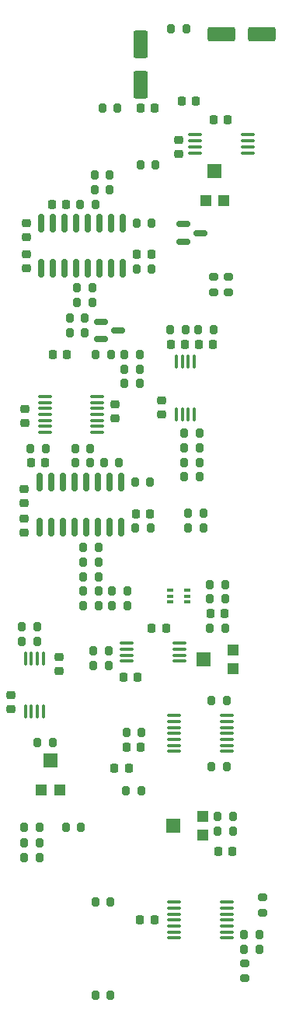
<source format=gbp>
G04 #@! TF.GenerationSoftware,KiCad,Pcbnew,(6.0.9)*
G04 #@! TF.CreationDate,2022-11-24T13:13:05-08:00*
G04 #@! TF.ProjectId,vcf-20,7663662d-3230-42e6-9b69-6361645f7063,rev?*
G04 #@! TF.SameCoordinates,Original*
G04 #@! TF.FileFunction,Paste,Bot*
G04 #@! TF.FilePolarity,Positive*
%FSLAX46Y46*%
G04 Gerber Fmt 4.6, Leading zero omitted, Abs format (unit mm)*
G04 Created by KiCad (PCBNEW (6.0.9)) date 2022-11-24 13:13:05*
%MOMM*%
%LPD*%
G01*
G04 APERTURE LIST*
G04 Aperture macros list*
%AMRoundRect*
0 Rectangle with rounded corners*
0 $1 Rounding radius*
0 $2 $3 $4 $5 $6 $7 $8 $9 X,Y pos of 4 corners*
0 Add a 4 corners polygon primitive as box body*
4,1,4,$2,$3,$4,$5,$6,$7,$8,$9,$2,$3,0*
0 Add four circle primitives for the rounded corners*
1,1,$1+$1,$2,$3*
1,1,$1+$1,$4,$5*
1,1,$1+$1,$6,$7*
1,1,$1+$1,$8,$9*
0 Add four rect primitives between the rounded corners*
20,1,$1+$1,$2,$3,$4,$5,0*
20,1,$1+$1,$4,$5,$6,$7,0*
20,1,$1+$1,$6,$7,$8,$9,0*
20,1,$1+$1,$8,$9,$2,$3,0*%
G04 Aperture macros list end*
%ADD10RoundRect,0.100000X0.637500X0.100000X-0.637500X0.100000X-0.637500X-0.100000X0.637500X-0.100000X0*%
%ADD11RoundRect,0.200000X-0.200000X-0.275000X0.200000X-0.275000X0.200000X0.275000X-0.200000X0.275000X0*%
%ADD12RoundRect,0.225000X0.225000X0.250000X-0.225000X0.250000X-0.225000X-0.250000X0.225000X-0.250000X0*%
%ADD13RoundRect,0.250000X-1.250000X-0.550000X1.250000X-0.550000X1.250000X0.550000X-1.250000X0.550000X0*%
%ADD14RoundRect,0.250000X-0.550000X1.250000X-0.550000X-1.250000X0.550000X-1.250000X0.550000X1.250000X0*%
%ADD15RoundRect,0.225000X-0.250000X0.225000X-0.250000X-0.225000X0.250000X-0.225000X0.250000X0.225000X0*%
%ADD16RoundRect,0.225000X-0.225000X-0.250000X0.225000X-0.250000X0.225000X0.250000X-0.225000X0.250000X0*%
%ADD17RoundRect,0.225000X0.250000X-0.225000X0.250000X0.225000X-0.250000X0.225000X-0.250000X-0.225000X0*%
%ADD18R,0.650000X0.400000*%
%ADD19RoundRect,0.150000X-0.587500X-0.150000X0.587500X-0.150000X0.587500X0.150000X-0.587500X0.150000X0*%
%ADD20RoundRect,0.200000X0.200000X0.275000X-0.200000X0.275000X-0.200000X-0.275000X0.200000X-0.275000X0*%
%ADD21RoundRect,0.200000X0.275000X-0.200000X0.275000X0.200000X-0.275000X0.200000X-0.275000X-0.200000X0*%
%ADD22RoundRect,0.200000X-0.275000X0.200000X-0.275000X-0.200000X0.275000X-0.200000X0.275000X0.200000X0*%
%ADD23R,1.200000X1.200000*%
%ADD24R,1.600000X1.500000*%
%ADD25R,1.500000X1.600000*%
%ADD26RoundRect,0.150000X0.150000X-0.825000X0.150000X0.825000X-0.150000X0.825000X-0.150000X-0.825000X0*%
%ADD27RoundRect,0.100000X0.100000X-0.637500X0.100000X0.637500X-0.100000X0.637500X-0.100000X-0.637500X0*%
%ADD28RoundRect,0.100000X-0.100000X0.637500X-0.100000X-0.637500X0.100000X-0.637500X0.100000X0.637500X0*%
G04 APERTURE END LIST*
D10*
X26916300Y-24044000D03*
X26916300Y-24694000D03*
X26916300Y-25344000D03*
X26916300Y-25994000D03*
X21191300Y-25994000D03*
X21191300Y-25344000D03*
X21191300Y-24694000D03*
X21191300Y-24044000D03*
D11*
X11747000Y-81813400D03*
X10097000Y-81813400D03*
X11747000Y-80187800D03*
X10097000Y-80187800D03*
X8749800Y-99441000D03*
X7099800Y-99441000D03*
D12*
X13741000Y-90741500D03*
X15291000Y-90741500D03*
X13957500Y-92964000D03*
X12407500Y-92964000D03*
X15201500Y-109537500D03*
X16751500Y-109537500D03*
X25260500Y-102044500D03*
X23710500Y-102044500D03*
D13*
X24066500Y-13081000D03*
X28466500Y-13081000D03*
D14*
X15240000Y-18542000D03*
X15240000Y-14142000D03*
D12*
X21285500Y-20320000D03*
X19735500Y-20320000D03*
X15227000Y-21145500D03*
X16777000Y-21145500D03*
D11*
X18580500Y-12446000D03*
X20230500Y-12446000D03*
X12737500Y-21145500D03*
X11087500Y-21145500D03*
X13716500Y-89090500D03*
X15366500Y-89090500D03*
D15*
X1143000Y-86563500D03*
X1143000Y-85013500D03*
X6350000Y-80860500D03*
X6350000Y-82410500D03*
D16*
X16294500Y-65278000D03*
X14744500Y-65278000D03*
X22847000Y-76174600D03*
X24397000Y-76174600D03*
D12*
X4839000Y-59753500D03*
X3289000Y-59753500D03*
D16*
X18529000Y-46863000D03*
X20079000Y-46863000D03*
D17*
X2603500Y-53873000D03*
X2603500Y-55423000D03*
D12*
X23177200Y-22428200D03*
X24727200Y-22428200D03*
D17*
X2540000Y-65811000D03*
X2540000Y-67361000D03*
X12446000Y-54940500D03*
X12446000Y-53390500D03*
D15*
X19380200Y-26124200D03*
X19380200Y-24574200D03*
X2540000Y-62623500D03*
X2540000Y-64173500D03*
D12*
X16471500Y-77774800D03*
X18021500Y-77774800D03*
X14922700Y-83058000D03*
X13372700Y-83058000D03*
D18*
X20355600Y-74919600D03*
X20355600Y-74269600D03*
X20355600Y-73619600D03*
X18455600Y-73619600D03*
X18455600Y-74269600D03*
X18455600Y-74919600D03*
D19*
X21790900Y-34721800D03*
X19915900Y-33771800D03*
X19915900Y-35671800D03*
D11*
X2578500Y-99441000D03*
X4228500Y-99441000D03*
X2578500Y-102743000D03*
X4228500Y-102743000D03*
X2324500Y-77597000D03*
X3974500Y-77597000D03*
X2324500Y-79184500D03*
X3974500Y-79184500D03*
D20*
X24650200Y-85623400D03*
X23000200Y-85623400D03*
D11*
X23000200Y-92837000D03*
X24650200Y-92837000D03*
D21*
X28511500Y-108711500D03*
X28511500Y-107061500D03*
D22*
X26606500Y-114237000D03*
X26606500Y-115887000D03*
D11*
X13691000Y-95440500D03*
X15341000Y-95440500D03*
X10325500Y-107569000D03*
X11975500Y-107569000D03*
X10325500Y-117729000D03*
X11975500Y-117729000D03*
X9017500Y-70548500D03*
X10667500Y-70548500D03*
D20*
X22110200Y-65265300D03*
X20460200Y-65265300D03*
D11*
X9017500Y-75285600D03*
X10667500Y-75285600D03*
D20*
X4889000Y-58166000D03*
X3239000Y-58166000D03*
D11*
X13488000Y-51117500D03*
X15138000Y-51117500D03*
D20*
X15150500Y-49530000D03*
X13500500Y-49530000D03*
D11*
X12129000Y-75285600D03*
X13779000Y-75285600D03*
X9017500Y-73723500D03*
X10667500Y-73723500D03*
D20*
X22110200Y-66840100D03*
X20460200Y-66840100D03*
D11*
X12129000Y-73710800D03*
X13779000Y-73710800D03*
X9017500Y-72136000D03*
X10667500Y-72136000D03*
D20*
X10667500Y-68961000D03*
X9017500Y-68961000D03*
X24447000Y-72999600D03*
X22797000Y-72999600D03*
D11*
X24447000Y-77774800D03*
X22797000Y-77774800D03*
X16344500Y-66865500D03*
X14694500Y-66865500D03*
D20*
X24447000Y-74574400D03*
X22797000Y-74574400D03*
X12890000Y-59753500D03*
X11240000Y-59753500D03*
X15253200Y-27279600D03*
X16903200Y-27279600D03*
D11*
X8128500Y-59753500D03*
X9778500Y-59753500D03*
D20*
X9778500Y-58166000D03*
X8128500Y-58166000D03*
X15150500Y-47942500D03*
X13500500Y-47942500D03*
D21*
X23241000Y-41160200D03*
X23241000Y-39510200D03*
D20*
X16471500Y-33655000D03*
X14821500Y-33655000D03*
D22*
X24841200Y-41160200D03*
X24841200Y-39510200D03*
D11*
X16281000Y-61849000D03*
X14631000Y-61849000D03*
X10249500Y-28384500D03*
X11899500Y-28384500D03*
X10249500Y-29972000D03*
X11899500Y-29972000D03*
D20*
X10324500Y-31623000D03*
X8674500Y-31623000D03*
D11*
X21527000Y-45275500D03*
X23177000Y-45275500D03*
D20*
X20129000Y-45275500D03*
X18479000Y-45275500D03*
D23*
X6435600Y-95400600D03*
D24*
X5435600Y-92150600D03*
D23*
X4435600Y-95400600D03*
X25371200Y-80153000D03*
D25*
X22121200Y-81153000D03*
D23*
X25371200Y-82153000D03*
D10*
X18918000Y-87267500D03*
X18918000Y-87917500D03*
X18918000Y-88567500D03*
X18918000Y-89217500D03*
X18918000Y-89867500D03*
X18918000Y-90517500D03*
X18918000Y-91167500D03*
X24643000Y-91167500D03*
X24643000Y-90517500D03*
X24643000Y-89867500D03*
X24643000Y-89217500D03*
X24643000Y-88567500D03*
X24643000Y-87917500D03*
X24643000Y-87267500D03*
X13749100Y-79390600D03*
X13749100Y-80040600D03*
X13749100Y-80690600D03*
X13749100Y-81340600D03*
X19474100Y-81340600D03*
X19474100Y-80690600D03*
X19474100Y-80040600D03*
X19474100Y-79390600D03*
D26*
X13144500Y-66800500D03*
X11874500Y-66800500D03*
X10604500Y-66800500D03*
X9334500Y-66800500D03*
X8064500Y-66800500D03*
X6794500Y-66800500D03*
X5524500Y-66800500D03*
X4254500Y-66800500D03*
X4254500Y-61850500D03*
X5524500Y-61850500D03*
X6794500Y-61850500D03*
X8064500Y-61850500D03*
X9334500Y-61850500D03*
X10604500Y-61850500D03*
X11874500Y-61850500D03*
X13144500Y-61850500D03*
D19*
X12814500Y-45355000D03*
X10939500Y-44405000D03*
X10939500Y-46305000D03*
D11*
X20003000Y-56515000D03*
X21653000Y-56515000D03*
D20*
X12039000Y-47942500D03*
X10389000Y-47942500D03*
D10*
X18918000Y-107587500D03*
X18918000Y-108237500D03*
X18918000Y-108887500D03*
X18918000Y-109537500D03*
X18918000Y-110187500D03*
X18918000Y-110837500D03*
X18918000Y-111487500D03*
X24643000Y-111487500D03*
X24643000Y-110837500D03*
X24643000Y-110187500D03*
X24643000Y-109537500D03*
X24643000Y-108887500D03*
X24643000Y-108237500D03*
X24643000Y-107587500D03*
X4821000Y-52533000D03*
X4821000Y-53183000D03*
X4821000Y-53833000D03*
X4821000Y-54483000D03*
X4821000Y-55133000D03*
X4821000Y-55783000D03*
X4821000Y-56433000D03*
X10546000Y-56433000D03*
X10546000Y-55783000D03*
X10546000Y-55133000D03*
X10546000Y-54483000D03*
X10546000Y-53833000D03*
X10546000Y-53183000D03*
X10546000Y-52533000D03*
D12*
X7226500Y-47942500D03*
X5676500Y-47942500D03*
D16*
X16421500Y-37020500D03*
X14871500Y-37020500D03*
D20*
X5651000Y-90246200D03*
X4001000Y-90246200D03*
X25310500Y-98234500D03*
X23660500Y-98234500D03*
X25310500Y-99822000D03*
X23660500Y-99822000D03*
D23*
X22056500Y-98250500D03*
D25*
X18806500Y-99250500D03*
D23*
X22056500Y-100250500D03*
D20*
X10007000Y-40703500D03*
X8357000Y-40703500D03*
D11*
X14821500Y-38608000D03*
X16471500Y-38608000D03*
X9181600Y-44005500D03*
X7531600Y-44005500D03*
X8357000Y-42291000D03*
X10007000Y-42291000D03*
X20003000Y-61277500D03*
X21653000Y-61277500D03*
D20*
X21653000Y-58102500D03*
X20003000Y-58102500D03*
D11*
X20003000Y-59690000D03*
X21653000Y-59690000D03*
D23*
X22342600Y-31238600D03*
D24*
X23342600Y-27988600D03*
D23*
X24342600Y-31238600D03*
D27*
X4658000Y-81084500D03*
X4008000Y-81084500D03*
X3358000Y-81084500D03*
X2708000Y-81084500D03*
X2708000Y-86809500D03*
X3358000Y-86809500D03*
X4008000Y-86809500D03*
X4658000Y-86809500D03*
D17*
X2794000Y-37033000D03*
X2794000Y-38583000D03*
D15*
X2794000Y-33667500D03*
X2794000Y-35217500D03*
D26*
X13271500Y-38606500D03*
X12001500Y-38606500D03*
X10731500Y-38606500D03*
X9461500Y-38606500D03*
X8191500Y-38606500D03*
X6921500Y-38606500D03*
X5651500Y-38606500D03*
X4381500Y-38606500D03*
X4381500Y-33656500D03*
X5651500Y-33656500D03*
X6921500Y-33656500D03*
X8191500Y-33656500D03*
X9461500Y-33656500D03*
X10731500Y-33656500D03*
X12001500Y-33656500D03*
X13271500Y-33656500D03*
D12*
X7163000Y-31623000D03*
X5613000Y-31623000D03*
D20*
X7531600Y-45593000D03*
X9181600Y-45593000D03*
D11*
X2578500Y-101092000D03*
X4228500Y-101092000D03*
D12*
X21577000Y-46863000D03*
X23127000Y-46863000D03*
D17*
X17526000Y-54496000D03*
X17526000Y-52946000D03*
D28*
X19154500Y-54488000D03*
X19804500Y-54488000D03*
X20454500Y-54488000D03*
X21104500Y-54488000D03*
X21104500Y-48763000D03*
X20454500Y-48763000D03*
X19804500Y-48763000D03*
X19154500Y-48763000D03*
D20*
X28193500Y-112712500D03*
X26543500Y-112712500D03*
X28193500Y-111125000D03*
X26543500Y-111125000D03*
M02*

</source>
